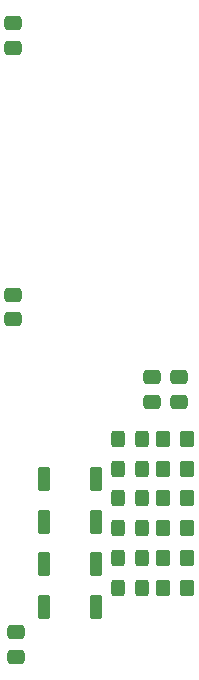
<source format=gbr>
%TF.GenerationSoftware,KiCad,Pcbnew,9.0.7*%
%TF.CreationDate,2026-02-02T21:57:32-08:00*%
%TF.ProjectId,IcePi_Zero_PMOD_Breakout,49636550-695f-45a6-9572-6f5f504d4f44,rev?*%
%TF.SameCoordinates,Original*%
%TF.FileFunction,Paste,Top*%
%TF.FilePolarity,Positive*%
%FSLAX46Y46*%
G04 Gerber Fmt 4.6, Leading zero omitted, Abs format (unit mm)*
G04 Created by KiCad (PCBNEW 9.0.7) date 2026-02-02 21:57:32*
%MOMM*%
%LPD*%
G01*
G04 APERTURE LIST*
G04 Aperture macros list*
%AMRoundRect*
0 Rectangle with rounded corners*
0 $1 Rounding radius*
0 $2 $3 $4 $5 $6 $7 $8 $9 X,Y pos of 4 corners*
0 Add a 4 corners polygon primitive as box body*
4,1,4,$2,$3,$4,$5,$6,$7,$8,$9,$2,$3,0*
0 Add four circle primitives for the rounded corners*
1,1,$1+$1,$2,$3*
1,1,$1+$1,$4,$5*
1,1,$1+$1,$6,$7*
1,1,$1+$1,$8,$9*
0 Add four rect primitives between the rounded corners*
20,1,$1+$1,$2,$3,$4,$5,0*
20,1,$1+$1,$4,$5,$6,$7,0*
20,1,$1+$1,$6,$7,$8,$9,0*
20,1,$1+$1,$8,$9,$2,$3,0*%
G04 Aperture macros list end*
%ADD10RoundRect,0.250000X-0.325000X-0.450000X0.325000X-0.450000X0.325000X0.450000X-0.325000X0.450000X0*%
%ADD11RoundRect,0.250000X0.350000X0.450000X-0.350000X0.450000X-0.350000X-0.450000X0.350000X-0.450000X0*%
%ADD12RoundRect,0.157500X0.367500X0.842500X-0.367500X0.842500X-0.367500X-0.842500X0.367500X-0.842500X0*%
%ADD13RoundRect,0.250000X0.475000X-0.337500X0.475000X0.337500X-0.475000X0.337500X-0.475000X-0.337500X0*%
%ADD14RoundRect,0.250000X-0.475000X0.337500X-0.475000X-0.337500X0.475000X-0.337500X0.475000X0.337500X0*%
G04 APERTURE END LIST*
D10*
%TO.C,D1*%
X82875000Y-100900000D03*
X84925000Y-100900000D03*
%TD*%
D11*
%TO.C,R3*%
X88700000Y-105900000D03*
X86700000Y-105900000D03*
%TD*%
D10*
%TO.C,D3*%
X82875000Y-105900000D03*
X84925000Y-105900000D03*
%TD*%
D11*
%TO.C,R1*%
X88700000Y-100900000D03*
X86700000Y-100900000D03*
%TD*%
D12*
%TO.C,SW1*%
X81025000Y-104300000D03*
X76575000Y-104300000D03*
%TD*%
D13*
%TO.C,C5*%
X88000000Y-97750000D03*
X88000000Y-95675000D03*
%TD*%
D10*
%TO.C,D2*%
X82875000Y-103400000D03*
X84925000Y-103400000D03*
%TD*%
D12*
%TO.C,SW3*%
X81025000Y-111500000D03*
X76575000Y-111500000D03*
%TD*%
%TO.C,SW2*%
X81025000Y-107900000D03*
X76575000Y-107900000D03*
%TD*%
D10*
%TO.C,D4*%
X82875000Y-108400000D03*
X84925000Y-108400000D03*
%TD*%
D13*
%TO.C,C2*%
X74000000Y-90750000D03*
X74000000Y-88675000D03*
%TD*%
D11*
%TO.C,R6*%
X88700000Y-113500000D03*
X86700000Y-113500000D03*
%TD*%
D10*
%TO.C,D6*%
X82875000Y-113500000D03*
X84925000Y-113500000D03*
%TD*%
%TO.C,D5*%
X82875000Y-111000000D03*
X84925000Y-111000000D03*
%TD*%
D11*
%TO.C,R2*%
X88700000Y-103400000D03*
X86700000Y-103400000D03*
%TD*%
D14*
%TO.C,C3*%
X74200000Y-117262500D03*
X74200000Y-119337500D03*
%TD*%
D12*
%TO.C,SW4*%
X81025000Y-115100000D03*
X76575000Y-115100000D03*
%TD*%
D11*
%TO.C,R4*%
X88700000Y-108400000D03*
X86700000Y-108400000D03*
%TD*%
D13*
%TO.C,C1*%
X74000000Y-67750000D03*
X74000000Y-65675000D03*
%TD*%
%TO.C,C4*%
X85750000Y-97750000D03*
X85750000Y-95675000D03*
%TD*%
D11*
%TO.C,R5*%
X88700000Y-111000000D03*
X86700000Y-111000000D03*
%TD*%
M02*

</source>
